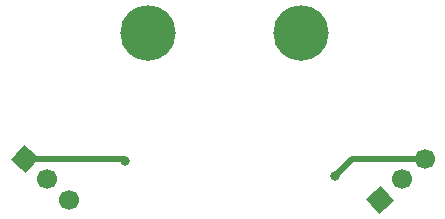
<source format=gtl>
%TF.GenerationSoftware,KiCad,Pcbnew,7.0.2*%
%TF.CreationDate,2023-10-29T21:04:39-05:00*%
%TF.ProjectId,Kraken_CAN,4b72616b-656e-45f4-9341-4e2e6b696361,rev?*%
%TF.SameCoordinates,Original*%
%TF.FileFunction,Copper,L1,Top*%
%TF.FilePolarity,Positive*%
%FSLAX46Y46*%
G04 Gerber Fmt 4.6, Leading zero omitted, Abs format (unit mm)*
G04 Created by KiCad (PCBNEW 7.0.2) date 2023-10-29 21:04:39*
%MOMM*%
%LPD*%
G01*
G04 APERTURE LIST*
G04 Aperture macros list*
%AMHorizOval*
0 Thick line with rounded ends*
0 $1 width*
0 $2 $3 position (X,Y) of the first rounded end (center of the circle)*
0 $4 $5 position (X,Y) of the second rounded end (center of the circle)*
0 Add line between two ends*
20,1,$1,$2,$3,$4,$5,0*
0 Add two circle primitives to create the rounded ends*
1,1,$1,$2,$3*
1,1,$1,$4,$5*%
%AMRotRect*
0 Rectangle, with rotation*
0 The origin of the aperture is its center*
0 $1 length*
0 $2 width*
0 $3 Rotation angle, in degrees counterclockwise*
0 Add horizontal line*
21,1,$1,$2,0,0,$3*%
G04 Aperture macros list end*
%TA.AperFunction,ComponentPad*%
%ADD10C,4.700000*%
%TD*%
%TA.AperFunction,ComponentPad*%
%ADD11RotRect,1.700000X1.700000X227.500000*%
%TD*%
%TA.AperFunction,ComponentPad*%
%ADD12HorizOval,1.700000X0.000000X0.000000X0.000000X0.000000X0*%
%TD*%
%TA.AperFunction,ComponentPad*%
%ADD13RotRect,1.700000X1.700000X312.500000*%
%TD*%
%TA.AperFunction,ComponentPad*%
%ADD14HorizOval,1.700000X0.000000X0.000000X0.000000X0.000000X0*%
%TD*%
%TA.AperFunction,ViaPad*%
%ADD15C,0.800000*%
%TD*%
%TA.AperFunction,Conductor*%
%ADD16C,0.500000*%
%TD*%
G04 APERTURE END LIST*
D10*
%TO.P,J3,1,Pin_1*%
%TO.N,/can_l*%
X145754792Y-78031589D03*
%TD*%
%TO.P,J4,1,Pin_1*%
%TO.N,/can_h*%
X132754792Y-78031471D03*
%TD*%
D11*
%TO.P,J1,1,Pin_1*%
%TO.N,/can_l*%
X122333685Y-88743347D03*
D12*
%TO.P,J1,2,Pin_2*%
%TO.N,unconnected-(J1-Pin_2-Pad2)*%
X124206369Y-90459346D03*
%TO.P,J1,3,Pin_3*%
%TO.N,/can_h*%
X126079054Y-92175345D03*
%TD*%
D13*
%TO.P,J2,1,Pin_1*%
%TO.N,/can_l*%
X152430466Y-92175501D03*
D14*
%TO.P,J2,2,Pin_2*%
%TO.N,unconnected-(J2-Pin_2-Pad2)*%
X154303150Y-90459502D03*
%TO.P,J2,3,Pin_3*%
%TO.N,/can_h*%
X156175835Y-88743503D03*
%TD*%
D15*
%TO.N,/can_l*%
X130810000Y-88900000D03*
%TO.N,/can_h*%
X148590000Y-90170000D03*
%TD*%
D16*
%TO.N,/can_l*%
X122333685Y-88743347D02*
X130653347Y-88743347D01*
X130653347Y-88743347D02*
X130810000Y-88900000D01*
%TO.N,/can_h*%
X150016497Y-88743503D02*
X148590000Y-90170000D01*
X156175835Y-88743503D02*
X150016497Y-88743503D01*
%TD*%
M02*

</source>
